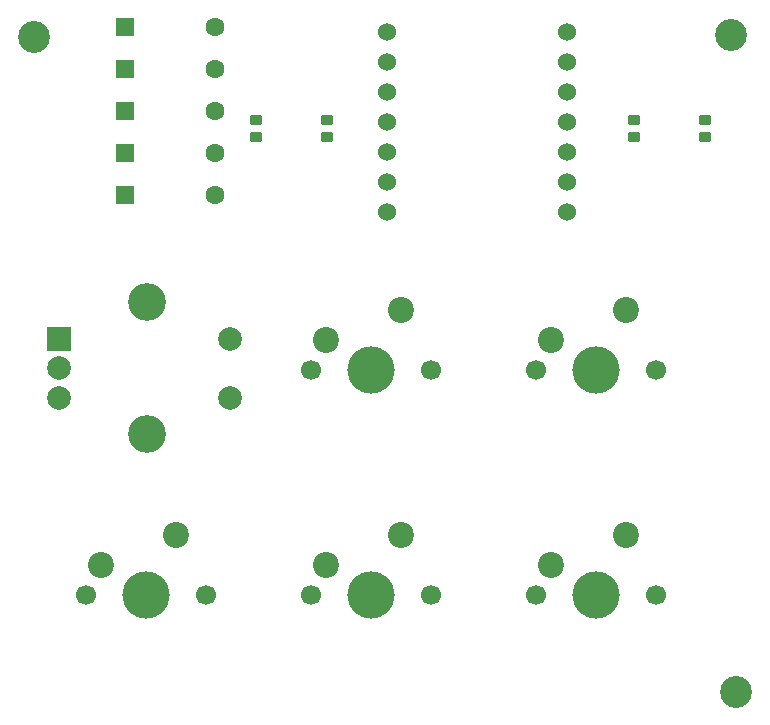
<source format=gbr>
%TF.GenerationSoftware,KiCad,Pcbnew,9.0.6*%
%TF.CreationDate,2026-01-22T08:19:00-06:00*%
%TF.ProjectId,test test,74657374-2074-4657-9374-2e6b69636164,rev?*%
%TF.SameCoordinates,Original*%
%TF.FileFunction,Soldermask,Bot*%
%TF.FilePolarity,Negative*%
%FSLAX46Y46*%
G04 Gerber Fmt 4.6, Leading zero omitted, Abs format (unit mm)*
G04 Created by KiCad (PCBNEW 9.0.6) date 2026-01-22 08:19:00*
%MOMM*%
%LPD*%
G01*
G04 APERTURE LIST*
G04 Aperture macros list*
%AMRoundRect*
0 Rectangle with rounded corners*
0 $1 Rounding radius*
0 $2 $3 $4 $5 $6 $7 $8 $9 X,Y pos of 4 corners*
0 Add a 4 corners polygon primitive as box body*
4,1,4,$2,$3,$4,$5,$6,$7,$8,$9,$2,$3,0*
0 Add four circle primitives for the rounded corners*
1,1,$1+$1,$2,$3*
1,1,$1+$1,$4,$5*
1,1,$1+$1,$6,$7*
1,1,$1+$1,$8,$9*
0 Add four rect primitives between the rounded corners*
20,1,$1+$1,$2,$3,$4,$5,0*
20,1,$1+$1,$4,$5,$6,$7,0*
20,1,$1+$1,$6,$7,$8,$9,0*
20,1,$1+$1,$8,$9,$2,$3,0*%
G04 Aperture macros list end*
%ADD10RoundRect,0.250000X-0.550000X-0.550000X0.550000X-0.550000X0.550000X0.550000X-0.550000X0.550000X0*%
%ADD11C,1.600000*%
%ADD12C,2.700000*%
%ADD13R,2.000000X2.000000*%
%ADD14C,2.000000*%
%ADD15C,3.200000*%
%ADD16C,1.700000*%
%ADD17C,4.000000*%
%ADD18C,2.200000*%
%ADD19RoundRect,0.082000X-0.418000X0.328000X-0.418000X-0.328000X0.418000X-0.328000X0.418000X0.328000X0*%
%ADD20RoundRect,0.076284X-0.423716X0.305137X-0.423716X-0.305137X0.423716X-0.305137X0.423716X0.305137X0*%
%ADD21C,1.524000*%
G04 APERTURE END LIST*
D10*
%TO.C,D5*%
X72100000Y-63800000D03*
D11*
X79720000Y-63800000D03*
%TD*%
D12*
%TO.C,H2*%
X123400000Y-57400000D03*
%TD*%
D13*
%TO.C,SW6*%
X66462500Y-83106200D03*
D14*
X66462500Y-88106200D03*
X66462500Y-85606200D03*
D15*
X73962500Y-80006200D03*
X73962500Y-91206200D03*
D14*
X80962500Y-88106200D03*
X80962500Y-83106200D03*
%TD*%
D16*
%TO.C,SW4*%
X106838800Y-104775000D03*
D17*
X111918800Y-104775000D03*
D16*
X116998800Y-104775000D03*
D18*
X114458800Y-99695000D03*
X108108800Y-102235000D03*
%TD*%
D19*
%TO.C,D2*%
X115200000Y-64547158D03*
D20*
X115200000Y-66018579D03*
D19*
X121200000Y-66047158D03*
X121200000Y-64547158D03*
%TD*%
D16*
%TO.C,SW5*%
X68738800Y-104775000D03*
D17*
X73818800Y-104775000D03*
D16*
X78898800Y-104775000D03*
D18*
X76358800Y-99695000D03*
X70008800Y-102235000D03*
%TD*%
D19*
%TO.C,D1*%
X83200000Y-64547158D03*
D20*
X83200000Y-66018579D03*
D19*
X89200000Y-66047158D03*
X89200000Y-64547158D03*
%TD*%
D21*
%TO.C,U1*%
X94297500Y-57150000D03*
X94297500Y-59690000D03*
X94297500Y-62230000D03*
X94297500Y-64770000D03*
X94297500Y-67310000D03*
X94297500Y-69850000D03*
X94297500Y-72390000D03*
X109537500Y-72390000D03*
X109537500Y-69850000D03*
X109537500Y-67310000D03*
X109537500Y-64770000D03*
X109537500Y-62230000D03*
X109537500Y-59690000D03*
X109537500Y-57150000D03*
%TD*%
D16*
%TO.C,SW1*%
X87788800Y-85725000D03*
D17*
X92868800Y-85725000D03*
D16*
X97948800Y-85725000D03*
D18*
X95408800Y-80645000D03*
X89058800Y-83185000D03*
%TD*%
D10*
%TO.C,D6*%
X72100000Y-67350000D03*
D11*
X79720000Y-67350000D03*
%TD*%
D10*
%TO.C,D4*%
X72100000Y-60250000D03*
D11*
X79720000Y-60250000D03*
%TD*%
D16*
%TO.C,SW3*%
X87788800Y-104775000D03*
D17*
X92868800Y-104775000D03*
D16*
X97948800Y-104775000D03*
D18*
X95408800Y-99695000D03*
X89058800Y-102235000D03*
%TD*%
D10*
%TO.C,D7*%
X72100000Y-70900000D03*
D11*
X79720000Y-70900000D03*
%TD*%
D16*
%TO.C,SW2*%
X106838800Y-85725000D03*
D17*
X111918800Y-85725000D03*
D16*
X116998800Y-85725000D03*
D18*
X114458800Y-80645000D03*
X108108800Y-83185000D03*
%TD*%
D12*
%TO.C,H1*%
X64400000Y-57600000D03*
%TD*%
%TO.C,H3*%
X123800000Y-113000000D03*
%TD*%
D10*
%TO.C,D3*%
X72100000Y-56700000D03*
D11*
X79720000Y-56700000D03*
%TD*%
M02*

</source>
